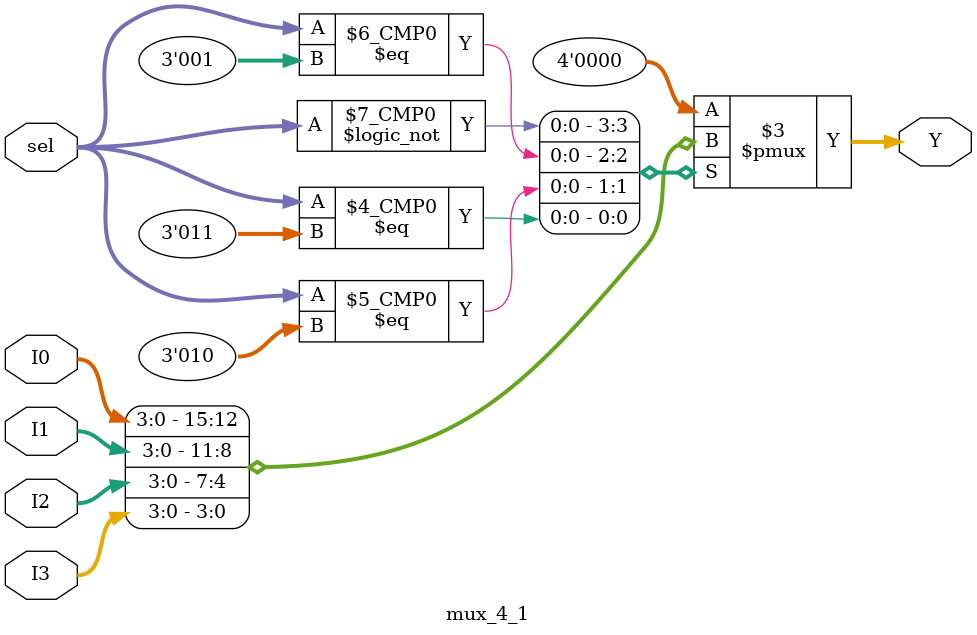
<source format=v>
`timescale 1ns / 1ps


module mux_4_1(
    input [3:0] I0, 
    input [3:0] I1,
    input [3:0] I2,
    input [3:0] I3, 
    input [2:0] sel,
    output reg [3:0] Y
    );
    
    always @(*) begin
        case(sel) 
            2'b00: Y = I0;
            2'b01: Y = I1; 
            2'b10: Y = I2;
            2'b11: Y = I3;
            default Y = 4'b0000;
        endcase
    end
    
    
endmodule

</source>
